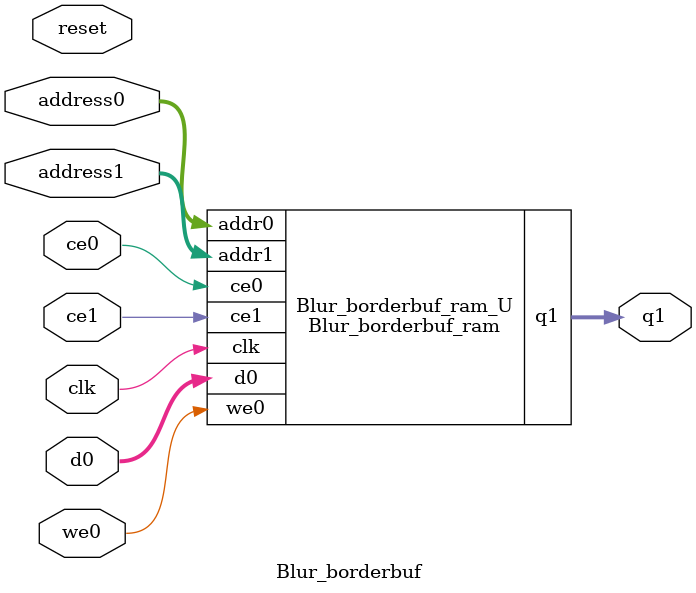
<source format=v>
`timescale 1 ns / 1 ps
module Blur_borderbuf_ram (addr0, ce0, d0, we0, addr1, ce1, q1,  clk);

parameter DWIDTH = 24;
parameter AWIDTH = 12;
parameter MEM_SIZE = 3358;

input[AWIDTH-1:0] addr0;
input ce0;
input[DWIDTH-1:0] d0;
input we0;
input[AWIDTH-1:0] addr1;
input ce1;
output reg[DWIDTH-1:0] q1;
input clk;

reg [DWIDTH-1:0] ram[0:MEM_SIZE-1];




always @(posedge clk)  
begin 
    if (ce0) begin
        if (we0) 
            ram[addr0] <= d0; 
    end
end


always @(posedge clk)  
begin 
    if (ce1) begin
        q1 <= ram[addr1];
    end
end


endmodule

`timescale 1 ns / 1 ps
module Blur_borderbuf(
    reset,
    clk,
    address0,
    ce0,
    we0,
    d0,
    address1,
    ce1,
    q1);

parameter DataWidth = 32'd24;
parameter AddressRange = 32'd3358;
parameter AddressWidth = 32'd12;
input reset;
input clk;
input[AddressWidth - 1:0] address0;
input ce0;
input we0;
input[DataWidth - 1:0] d0;
input[AddressWidth - 1:0] address1;
input ce1;
output[DataWidth - 1:0] q1;



Blur_borderbuf_ram Blur_borderbuf_ram_U(
    .clk( clk ),
    .addr0( address0 ),
    .ce0( ce0 ),
    .we0( we0 ),
    .d0( d0 ),
    .addr1( address1 ),
    .ce1( ce1 ),
    .q1( q1 ));

endmodule


</source>
